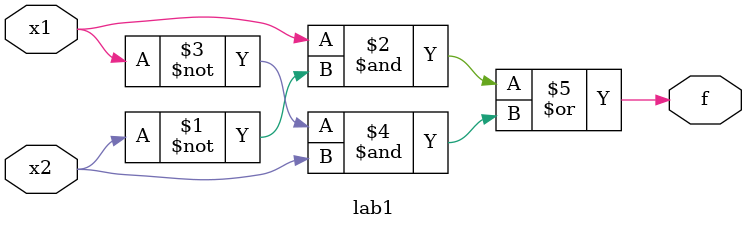
<source format=v>
module lab1(x1, x2, f);
	input x1, x2;
	output f;
	assign f = (x1 & ~x2) | (~x1 & x2);
endmodule
</source>
